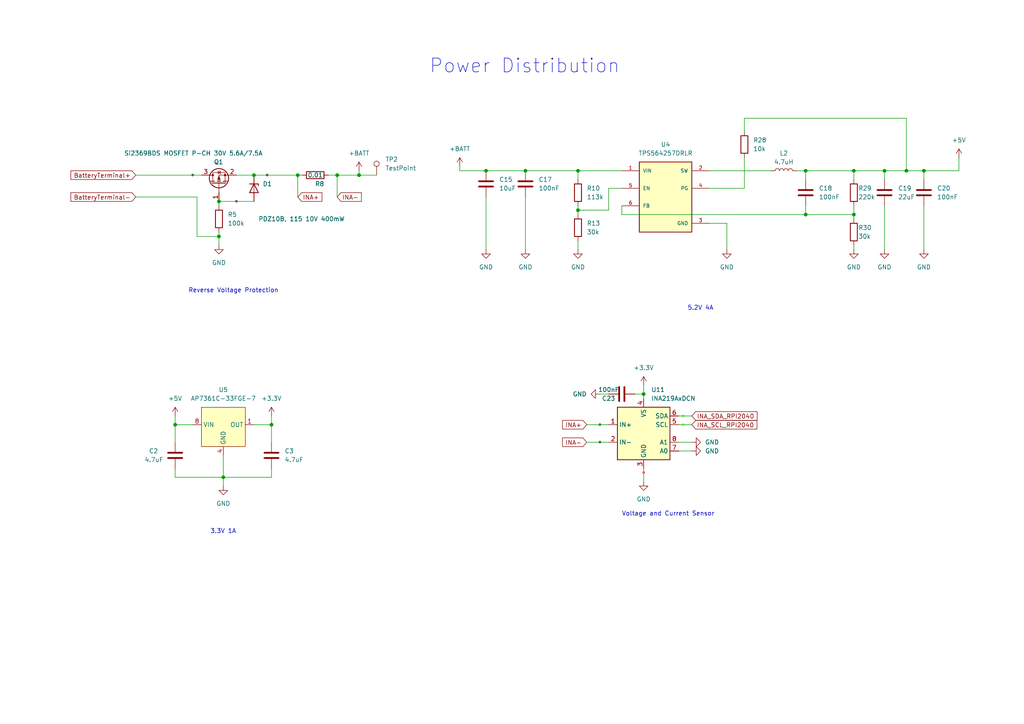
<source format=kicad_sch>
(kicad_sch (version 20231120) (generator "eeschema") (generator_version "8.0")
  (paper "A4")
  (lib_symbols
    (symbol "Connector:TestPoint" (pin_numbers hide) (pin_names (offset 0.762) hide)
      (property "Reference" "TP" (at 0 6.858 0))
      (property "Value" "TestPoint" (at 0 5.08 0))
      (symbol "TestPoint_0_1"
        (circle (center 0 3.302) (radius 0.762))
      )
      (symbol "TestPoint_1_1"
        (pin passive line (at 0 0 90) (length 2.54) (name "1") (number "1"))
      )
    )
    (symbol "CustomLibrary:AP7361C-33FGE-7"
      (property "Reference" "U" (at 5.08 -6.35 0))
      (property "Value" "AP7361C-33FGE-7" (at -1.27 7.62 0))
      (symbol "AP7361C-33FGE-7_1_1"
        (rectangle (start -6.35 6.35) (end 6.35 -5.08) (fill (type background)))
        (pin power_out line (at 8.89 1.27 180) (length 2.54) (name "OUT") (number "1"))
        (pin power_in line (at 0 -7.62 90) (length 2.54) (name "GND") (number "4"))
        (pin power_in line (at -8.89 1.27 0) (length 2.54) (name "VIN") (number "8"))
      )
    )
    (symbol "Device:C" (pin_numbers hide) (pin_names (offset 0.254))
      (property "Reference" "C" (at 0.635 2.54 0))
      (property "Value" "C" (at 0.635 -2.54 0))
      (symbol "C_0_1"
        (polyline (pts (xy -2.032 -0.762) (xy 2.032 -0.762)) (stroke (width 0.508)))
        (polyline (pts (xy -2.032 0.762) (xy 2.032 0.762)) (stroke (width 0.508)))
      )
      (symbol "C_1_1"
        (pin passive line (at 0 3.81 270) (length 2.794) (name "~") (number "1"))
        (pin passive line (at 0 -3.81 90) (length 2.794) (name "~") (number "2"))
      )
    )
    (symbol "Device:D_Zener" (pin_numbers hide) (pin_names (offset 1.016) hide)
      (property "Reference" "D" (at 0 2.54 0))
      (property "Value" "D_Zener" (at 0 -2.54 0))
      (symbol "D_Zener_0_1"
        (polyline (pts (xy 1.27 0) (xy -1.27 0)))
        (polyline (pts (xy -1.27 -1.27) (xy -1.27 1.27) (xy -0.762 1.27)) (stroke (width 0.254)))
        (polyline (pts (xy 1.27 -1.27) (xy 1.27 1.27) (xy -1.27 0) (xy 1.27 -1.27)) (stroke (width 0.254)))
      )
      (symbol "D_Zener_1_1"
        (pin passive line (at -3.81 0 0) (length 2.54) (name "K") (number "1"))
        (pin passive line (at 3.81 0 180) (length 2.54) (name "A") (number "2"))
      )
    )
    (symbol "Device:L" (pin_numbers hide) (pin_names (offset 1.016) hide)
      (property "Reference" "L" (at -1.27 0 90))
      (property "Value" "L" (at 1.905 0 90))
      (symbol "L_0_1"
        (arc (start 0 -2.54) (mid 0.6323 -1.905) (end 0 -1.27))
        (arc (start 0 -1.27) (mid 0.6323 -0.635) (end 0 0))
        (arc (start 0 0) (mid 0.6323 0.635) (end 0 1.27))
        (arc (start 0 1.27) (mid 0.6323 1.905) (end 0 2.54))
      )
      (symbol "L_1_1"
        (pin passive line (at 0 3.81 270) (length 1.27) (name "1") (number "1"))
        (pin passive line (at 0 -3.81 90) (length 1.27) (name "2") (number "2"))
      )
    )
    (symbol "Device:R" (pin_numbers hide) (pin_names (offset 0))
      (property "Reference" "R" (at 2.032 0 90))
      (property "Value" "R" (at 0 0 90))
      (symbol "R_0_1"
        (rectangle (start -1.016 -2.54) (end 1.016 2.54) (stroke (width 0.254)))
      )
      (symbol "R_1_1"
        (pin passive line (at 0 3.81 270) (length 1.27) (name "~") (number "1"))
        (pin passive line (at 0 -3.81 90) (length 1.27) (name "~") (number "2"))
      )
    )
    (symbol "Sensor_Energy:INA219AxDCN"
      (property "Reference" "U" (at -6.35 8.89 0))
      (property "Value" "INA219AxDCN" (at 6.35 8.89 0))
      (symbol "INA219AxDCN_0_1"
        (rectangle (start -7.62 7.62) (end 7.62 -7.62) (stroke (width 0.254)) (fill (type background)))
      )
      (symbol "INA219AxDCN_1_1"
        (pin input line (at -10.16 2.54 0) (length 2.54) (name "IN+") (number "1"))
        (pin input line (at -10.16 -2.54 0) (length 2.54) (name "IN-") (number "2"))
        (pin power_in line (at 0 -10.16 90) (length 2.54) (name "GND") (number "3"))
        (pin power_in line (at 0 10.16 270) (length 2.54) (name "VS") (number "4"))
        (pin input line (at 10.16 2.54 180) (length 2.54) (name "SCL") (number "5"))
        (pin bidirectional line (at 10.16 5.08 180) (length 2.54) (name "SDA") (number "6"))
        (pin input line (at 10.16 -5.08 180) (length 2.54) (name "A0") (number "7"))
        (pin input line (at 10.16 -2.54 180) (length 2.54) (name "A1") (number "8"))
      )
    )
    (symbol "TPS564257DRLR:TPS564257DRLR" (pin_names (offset 1.016))
      (property "Reference" "U" (at -7.62 12.7 0))
      (property "Value" "TPS564257DRLR" (at -7.62 -12.7 0))
      (symbol "TPS564257DRLR_0_0"
        (rectangle (start -7.62 -10.16) (end 7.62 10.16) (stroke (width 0.254)) (fill (type background)))
        (pin power_in line (at -12.7 7.62 0) (length 5.08) (name "VIN") (number "1"))
        (pin power_in line (at 12.7 7.62 180) (length 5.08) (name "SW") (number "2"))
        (pin power_in line (at 12.7 -7.62 180) (length 5.08) (name "GND") (number "3"))
        (pin output line (at 12.7 2.54 180) (length 5.08) (name "PG") (number "4"))
        (pin input line (at -12.7 2.54 0) (length 5.08) (name "EN") (number "5"))
        (pin input line (at -12.7 -2.54 0) (length 5.08) (name "FB") (number "6"))
      )
    )
    (symbol "Transistor_FET:Si2371EDS" (pin_names hide)
      (property "Reference" "Q" (at 5.08 1.905 0))
      (property "Value" "Si2371EDS" (at 5.08 0 0))
      (symbol "Si2371EDS_0_1"
        (polyline (pts (xy 0.254 0) (xy -2.54 0)))
        (polyline (pts (xy 0.254 1.905) (xy 0.254 -1.905)) (stroke (width 0.254)))
        (polyline (pts (xy 0.762 -1.27) (xy 0.762 -2.286)) (stroke (width 0.254)))
        (polyline (pts (xy 0.762 0.508) (xy 0.762 -0.508)) (stroke (width 0.254)))
        (polyline (pts (xy 0.762 2.286) (xy 0.762 1.27)) (stroke (width 0.254)))
        (polyline (pts (xy 2.54 2.54) (xy 2.54 1.778)))
        (polyline (pts (xy 2.54 -2.54) (xy 2.54 0) (xy 0.762 0)))
        (polyline (pts (xy 0.762 1.778) (xy 3.302 1.778) (xy 3.302 -1.778) (xy 0.762 -1.778)))
        (polyline (pts (xy 2.286 0) (xy 1.27 0.381) (xy 1.27 -0.381) (xy 2.286 0)) (fill (type outline)))
        (polyline (pts (xy 2.794 -0.508) (xy 2.921 -0.381) (xy 3.683 -0.381) (xy 3.81 -0.254)))
        (polyline (pts (xy 3.302 -0.381) (xy 2.921 0.254) (xy 3.683 0.254) (xy 3.302 -0.381)))
        (circle (center 1.651 0) (radius 2.794) (stroke (width 0.254)))
        (circle (center 2.54 -1.778) (radius 0.254) (fill (type outline)))
        (circle (center 2.54 1.778) (radius 0.254) (fill (type outline)))
      )
      (symbol "Si2371EDS_1_1"
        (pin input line (at -5.08 0 0) (length 2.54) (name "G") (number "1"))
        (pin passive line (at 2.54 -5.08 90) (length 2.54) (name "S") (number "2"))
        (pin passive line (at 2.54 5.08 270) (length 2.54) (name "D") (number "3"))
      )
    )
    (symbol "power:+3.3V" (power) (pin_names (offset 0))
      (property "Value" "+3.3V" (at 0 3.556 0))
      (symbol "+3.3V_0_1"
        (polyline (pts (xy -0.762 1.27) (xy 0 2.54)))
        (polyline (pts (xy 0 0) (xy 0 2.54)))
        (polyline (pts (xy 0 2.54) (xy 0.762 1.27)))
      )
      (symbol "+3.3V_1_1"
        (pin power_in line (at 0 0 90) (length 0) hide (name "+3.3V") (number "1"))
      )
    )
    (symbol "power:+5V" (power) (pin_names (offset 0))
      (property "Value" "+5V" (at 0 3.556 0))
      (symbol "+5V_0_1"
        (polyline (pts (xy -0.762 1.27) (xy 0 2.54)))
        (polyline (pts (xy 0 0) (xy 0 2.54)))
        (polyline (pts (xy 0 2.54) (xy 0.762 1.27)))
      )
      (symbol "+5V_1_1"
        (pin power_in line (at 0 0 90) (length 0) hide (name "+5V") (number "1"))
      )
    )
    (symbol "power:+BATT" (power) (pin_names (offset 0))
      (property "Value" "+BATT" (at 0 3.556 0))
      (symbol "+BATT_0_1"
        (polyline (pts (xy -0.762 1.27) (xy 0 2.54)))
        (polyline (pts (xy 0 0) (xy 0 2.54)))
        (polyline (pts (xy 0 2.54) (xy 0.762 1.27)))
      )
      (symbol "+BATT_1_1"
        (pin power_in line (at 0 0 90) (length 0) hide (name "+BATT") (number "1"))
      )
    )
    (symbol "power:GND" (power) (pin_names (offset 0))
      (property "Value" "GND" (at 0 -3.81 0))
      (symbol "GND_0_1"
        (polyline (pts (xy 0 0) (xy 0 -1.27) (xy 1.27 -1.27) (xy 0 -2.54) (xy -1.27 -1.27) (xy 0 -1.27)))
      )
      (symbol "GND_1_1"
        (pin power_in line (at 0 0 270) (length 0) hide (name "GND") (number "1"))
      )
    )
  )
  (junction (at 167.64 49.53))
  (junction (at 50.8 123.19))
  (junction (at 73.66 50.8))
  (junction (at 267.97 49.53))
  (junction (at 86.36 50.8))
  (junction (at 64.77 138.43))
  (junction (at 233.68 62.23))
  (junction (at 233.68 49.53))
  (junction (at 140.97 49.53))
  (junction (at 78.74 123.19))
  (junction (at 167.64 60.96))
  (junction (at 247.65 49.53))
  (junction (at 104.14 50.8))
  (junction (at 256.54 49.53))
  (junction (at 63.5 68.58))
  (junction (at 63.5 58.42))
  (junction (at 262.89 49.53))
  (junction (at 152.4 49.53))
  (junction (at 247.65 62.23))
  (junction (at 97.79 50.8))
  (junction (at 186.69 114.3))
  (wire (pts (xy 50.8 138.43) (xy 64.77 138.43)))
  (wire (pts (xy 256.54 49.53) (xy 247.65 49.53)))
  (wire (pts (xy 86.36 50.8) (xy 86.36 57.15)))
  (wire (pts (xy 247.65 49.53) (xy 233.68 49.53)))
  (wire (pts (xy 167.64 60.96) (xy 167.64 62.23)))
  (wire (pts (xy 267.97 49.53) (xy 262.89 49.53)))
  (wire (pts (xy 210.82 64.77) (xy 210.82 72.39)))
  (wire (pts (xy 63.5 59.69) (xy 63.5 58.42)))
  (wire (pts (xy 78.74 138.43) (xy 78.74 135.89)))
  (wire (pts (xy 73.66 50.8) (xy 86.36 50.8)))
  (wire (pts (xy 104.14 49.53) (xy 104.14 50.8)))
  (wire (pts (xy 78.74 123.19) (xy 73.66 123.19)))
  (wire (pts (xy 233.68 59.69) (xy 233.68 62.23)))
  (wire (pts (xy 247.65 71.12) (xy 247.65 72.39)))
  (wire (pts (xy 173.99 114.3) (xy 176.53 114.3)))
  (wire (pts (xy 176.53 123.19) (xy 170.18 123.19)))
  (wire (pts (xy 233.68 52.07) (xy 233.68 49.53)))
  (wire (pts (xy 215.9 38.1) (xy 215.9 34.29)))
  (wire (pts (xy 133.35 49.53) (xy 140.97 49.53)))
  (wire (pts (xy 57.15 57.15) (xy 57.15 68.58)))
  (wire (pts (xy 50.8 138.43) (xy 50.8 135.89)))
  (wire (pts (xy 267.97 59.69) (xy 267.97 72.39)))
  (wire (pts (xy 180.34 59.69) (xy 180.34 62.23)))
  (wire (pts (xy 39.37 50.8) (xy 58.42 50.8)))
  (wire (pts (xy 262.89 34.29) (xy 262.89 49.53)))
  (wire (pts (xy 247.65 62.23) (xy 247.65 63.5)))
  (wire (pts (xy 64.77 132.08) (xy 64.77 138.43)))
  (wire (pts (xy 247.65 59.69) (xy 247.65 62.23)))
  (wire (pts (xy 63.5 68.58) (xy 63.5 71.12)))
  (wire (pts (xy 97.79 50.8) (xy 104.14 50.8)))
  (wire (pts (xy 95.25 50.8) (xy 97.79 50.8)))
  (wire (pts (xy 186.69 114.3) (xy 186.69 115.57)))
  (wire (pts (xy 186.69 111.76) (xy 186.69 114.3)))
  (wire (pts (xy 205.74 54.61) (xy 215.9 54.61)))
  (wire (pts (xy 176.53 128.27) (xy 170.18 128.27)))
  (wire (pts (xy 215.9 54.61) (xy 215.9 45.72)))
  (wire (pts (xy 267.97 52.07) (xy 267.97 49.53)))
  (wire (pts (xy 104.14 50.8) (xy 109.22 50.8)))
  (wire (pts (xy 167.64 60.96) (xy 167.64 59.69)))
  (wire (pts (xy 196.85 128.27) (xy 200.66 128.27)))
  (wire (pts (xy 140.97 49.53) (xy 152.4 49.53)))
  (wire (pts (xy 39.37 57.15) (xy 57.15 57.15)))
  (wire (pts (xy 64.77 138.43) (xy 64.77 140.97)))
  (wire (pts (xy 176.53 54.61) (xy 176.53 60.96)))
  (wire (pts (xy 78.74 128.27) (xy 78.74 123.19)))
  (wire (pts (xy 247.65 52.07) (xy 247.65 49.53)))
  (wire (pts (xy 63.5 68.58) (xy 63.5 67.31)))
  (wire (pts (xy 184.15 114.3) (xy 186.69 114.3)))
  (wire (pts (xy 50.8 123.19) (xy 50.8 128.27)))
  (wire (pts (xy 167.64 49.53) (xy 180.34 49.53)))
  (wire (pts (xy 68.58 50.8) (xy 73.66 50.8)))
  (wire (pts (xy 205.74 49.53) (xy 223.52 49.53)))
  (wire (pts (xy 152.4 57.15) (xy 152.4 72.39)))
  (wire (pts (xy 63.5 58.42) (xy 73.66 58.42)))
  (wire (pts (xy 186.69 135.89) (xy 186.69 139.7)))
  (wire (pts (xy 215.9 34.29) (xy 262.89 34.29)))
  (wire (pts (xy 78.74 120.65) (xy 78.74 123.19)))
  (wire (pts (xy 233.68 49.53) (xy 231.14 49.53)))
  (wire (pts (xy 64.77 138.43) (xy 78.74 138.43)))
  (wire (pts (xy 180.34 54.61) (xy 176.53 54.61)))
  (wire (pts (xy 86.36 50.8) (xy 87.63 50.8)))
  (wire (pts (xy 196.85 123.19) (xy 200.66 123.19)))
  (wire (pts (xy 57.15 68.58) (xy 63.5 68.58)))
  (wire (pts (xy 196.85 130.81) (xy 200.66 130.81)))
  (wire (pts (xy 167.64 49.53) (xy 167.64 52.07)))
  (wire (pts (xy 140.97 57.15) (xy 140.97 72.39)))
  (wire (pts (xy 278.13 45.72) (xy 278.13 49.53)))
  (wire (pts (xy 167.64 69.85) (xy 167.64 72.39)))
  (wire (pts (xy 256.54 59.69) (xy 256.54 72.39)))
  (wire (pts (xy 180.34 62.23) (xy 233.68 62.23)))
  (wire (pts (xy 262.89 49.53) (xy 256.54 49.53)))
  (wire (pts (xy 278.13 49.53) (xy 267.97 49.53)))
  (wire (pts (xy 256.54 52.07) (xy 256.54 49.53)))
  (wire (pts (xy 97.79 50.8) (xy 97.79 57.15)))
  (wire (pts (xy 50.8 123.19) (xy 50.8 120.65)))
  (wire (pts (xy 233.68 62.23) (xy 247.65 62.23)))
  (wire (pts (xy 55.88 123.19) (xy 50.8 123.19)))
  (wire (pts (xy 205.74 64.77) (xy 210.82 64.77)))
  (wire (pts (xy 133.35 48.26) (xy 133.35 49.53)))
  (wire (pts (xy 152.4 49.53) (xy 167.64 49.53)))
  (wire (pts (xy 176.53 60.96) (xy 167.64 60.96)))
  (wire (pts (xy 196.85 120.65) (xy 200.66 120.65)))
  (text "Voltage and Current Sensor\n" (at 180.34 149.86 0) (effects (font (size 1.27 1.27)) (justify left bottom)))
  (text "3.3V 1A" (at 60.96 154.94 0) (effects (font (size 1.27 1.27)) (justify left bottom)))
  (text "Reverse Voltage Protection\n" (at 54.61 85.09 0) (effects (font (size 1.27 1.27)) (justify left bottom)))
  (text "5.2V 4A" (at 199.39 90.17 0) (effects (font (size 1.27 1.27)) (justify left bottom)))
  (text "Power Distribution" (at 124.46 21.59 0) (effects (font (size 4 4)) (justify left bottom)))
  (global_label "INA_SDA_RPI2040" (shape input) (at 200.66 120.65 0) (property "Intersheetrefs" "${INTERSHEET_REFS}" (effects (hide yes))))
  (global_label "INA-" (shape input) (at 170.18 128.27 180) (property "Intersheetrefs" "${INTERSHEET_REFS}" (effects (hide yes))))
  (global_label "INA+" (shape input) (at 86.36 57.15 0) (property "Intersheetrefs" "${INTERSHEET_REFS}" (effects (hide yes))))
  (global_label "INA+" (shape input) (at 170.18 123.19 180) (property "Intersheetrefs" "${INTERSHEET_REFS}" (effects (hide yes))))
  (global_label "BatteryTerminal+" (shape input) (at 39.37 50.8 180) (property "Intersheetrefs" "${INTERSHEET_REFS}" (effects (hide yes))))
  (global_label "INA_SCL_RPI2040" (shape input) (at 200.66 123.19 0) (property "Intersheetrefs" "${INTERSHEET_REFS}" (effects (hide yes))))
  (global_label "INA-" (shape input) (at 97.79 57.15 0) (property "Intersheetrefs" "${INTERSHEET_REFS}" (effects (hide yes))))
  (global_label "BatteryTerminal-" (shape input) (at 39.37 57.15 180) (property "Intersheetrefs" "${INTERSHEET_REFS}" (effects (hide yes))))
  (netclass_flag "" (length 0.05) (shape dot) (at 68.58 58.42 0) (property "Netclass" "batt_power" (effects (hide yes))))
  (netclass_flag "" (length 0.05) (shape dot) (at 173.99 123.19 0) (property "Netclass" "batt_power" (effects (hide yes))))
  (netclass_flag "" (length 0.1) (shape dot) (at 186.69 137.16 0) (property "Netclass" "regulated_power" (effects (hide yes))))
  (netclass_flag "" (length 0.05) (shape dot) (at 198.12 120.65 0) (property "Netclass" "signal" (effects (hide yes))))
  (netclass_flag "" (length 0.05) (shape dot) (at 173.99 128.27 0) (property "Netclass" "batt_power" (effects (hide yes))))
  (netclass_flag "" (length 0.05) (shape dot) (at 55.88 50.8 0) (property "Netclass" "batt_power" (effects (hide yes))))
  (netclass_flag "" (length 0.05) (shape dot) (at 77.47 50.8 0) (property "Netclass" "batt_power" (effects (hide yes))))
  (netclass_flag "" (length 0.05) (shape dot) (at 198.12 123.19 0) (property "Netclass" "signal" (effects (hide yes))))
  (symbol (lib_id "Device:R") (at 247.65 55.88 0) (unit 1)
    (property "Reference" "R29" (at 248.92 54.61 0) (effects (justify left)))
    (property "Value" "220k" (at 248.92 57.15 0) (effects (justify left)))
    (property "Footprint" "Resistor_SMD:R_0603_1608Metric" (effects (hide yes)))
  )
  (symbol (lib_id "Device:C") (at 78.74 132.08 0) (unit 1)
    (property "Reference" "C3" (at 82.55 130.81 0) (effects (justify left)))
    (property "Value" "4.7uF" (at 82.55 133.35 0) (effects (justify left)))
    (property "Footprint" "Capacitor_SMD:C_0603_1608Metric" (effects (hide yes)))
  )
  (symbol (lib_id "Connector:TestPoint") (at 109.22 50.8 0) (unit 1)
    (property "Reference" "TP2" (at 111.76 46.228 0) (effects (justify left)))
    (property "Value" "TestPoint" (at 111.76 48.768 0) (effects (justify left)))
    (property "Footprint" "TestPoint:TestPoint_Pad_D1.0mm" (effects (hide yes)))
  )
  (symbol (lib_id "Device:R") (at 63.5 63.5 0) (unit 1)
    (property "Reference" "R5" (at 66.04 62.23 0) (effects (justify left)))
    (property "Value" "100k" (at 66.04 64.77 0) (effects (justify left)))
    (property "Footprint" "Resistor_SMD:R_0805_2012Metric" (effects (hide yes)))
  )
  (symbol (lib_id "power:GND") (at 200.66 128.27 90) (unit 1)
    (property "Reference" "#PWR055" (effects (hide yes)))
    (property "Value" "GND" (at 204.47 128.27 90) (effects (justify right)))
  )
  (symbol (lib_id "power:GND") (at 247.65 72.39 0) (unit 1)
    (property "Reference" "#PWR0119" (effects (hide yes)))
    (property "Value" "GND" (at 247.65 77.47 0))
  )
  (symbol (lib_id "power:+3.3V") (at 78.74 120.65 0) (unit 1)
    (property "Reference" "#PWR023" (effects (hide yes)))
    (property "Value" "+3.3V" (at 78.74 115.57 0))
  )
  (symbol (lib_id "power:GND") (at 200.66 130.81 90) (unit 1)
    (property "Reference" "#PWR056" (effects (hide yes)))
    (property "Value" "GND" (at 204.47 130.81 90) (effects (justify right)))
  )
  (symbol (lib_id "power:GND") (at 152.4 72.39 0) (unit 1)
    (property "Reference" "#PWR0115" (effects (hide yes)))
    (property "Value" "GND" (at 152.4 77.47 0))
  )
  (symbol (lib_id "Device:R") (at 167.64 55.88 0) (unit 1)
    (property "Reference" "R10" (at 170.18 54.61 0) (effects (justify left)))
    (property "Value" "113k" (at 170.18 57.15 0) (effects (justify left)))
    (property "Footprint" "Resistor_SMD:R_0603_1608Metric" (effects (hide yes)))
  )
  (symbol (lib_id "power:GND") (at 63.5 71.12 0) (unit 1)
    (property "Reference" "#PWR05" (effects (hide yes)))
    (property "Value" "GND" (at 63.5 76.2 0))
  )
  (symbol (lib_id "TPS564257DRLR:TPS564257DRLR") (at 193.04 57.15 0) (unit 1)
    (property "Reference" "U4" (at 193.04 41.91 0))
    (property "Value" "TPS564257DRLR" (at 193.04 44.45 0))
    (property "Footprint" "CustomFootprints:SOT50P160X60-6N" (effects (hide yes)))
    (property "PARTREV" "A" (effects (hide yes)))
    (property "STANDARD" "IPC-7351B" (effects (hide yes)))
    (property "MAXIMUM_PACKAGE_HEIGHT" "0.60mm" (effects (hide yes)))
    (property "MANUFACTURER" "Texas Instruments" (effects (hide yes)))
  )
  (symbol (lib_id "Device:C") (at 152.4 53.34 0) (unit 1)
    (property "Reference" "C17" (at 156.21 52.07 0) (effects (justify left)))
    (property "Value" "100nF" (at 156.21 54.61 0) (effects (justify left)))
    (property "Footprint" "Capacitor_SMD:C_0603_1608Metric" (effects (hide yes)))
  )
  (symbol (lib_id "Device:R") (at 167.64 66.04 0) (unit 1)
    (property "Reference" "R13" (at 170.18 64.77 0) (effects (justify left)))
    (property "Value" "30k" (at 170.18 67.31 0) (effects (justify left)))
    (property "Footprint" "Resistor_SMD:R_0603_1608Metric" (effects (hide yes)))
  )
  (symbol (lib_id "Device:C") (at 233.68 55.88 0) (unit 1)
    (property "Reference" "C18" (at 237.49 54.61 0) (effects (justify left)))
    (property "Value" "100nF" (at 237.49 57.15 0) (effects (justify left)))
    (property "Footprint" "Capacitor_SMD:C_0603_1608Metric" (effects (hide yes)))
  )
  (symbol (lib_id "power:+BATT") (at 133.35 48.26 0) (unit 1)
    (property "Reference" "#PWR054" (effects (hide yes)))
    (property "Value" "+BATT" (at 133.35 43.18 0))
  )
  (symbol (lib_id "Device:D_Zener") (at 73.66 54.61 270) (unit 1)
    (property "Reference" "D1" (at 76.2 53.34 90) (effects (justify left)))
    (property "Value" "PDZ10B, 115 10V 400mW" (at 74.93 63.5 90) (effects (justify left)))
    (property "Footprint" "Diode_SMD:D_0805_2012Metric" (effects (hide yes)))
    (property "Datasheet" "https://assets.nexperia.com/documents/data-sheet/PDZ-B_SER.pdf" (effects (hide yes)))
    (property "Digikey" "https://www.digikey.in/en/products/detail/nexperia-usa-inc/PDZ10B-115/1157349" (effects (hide yes)))
  )
  (symbol (lib_id "Device:C") (at 267.97 55.88 0) (unit 1)
    (property "Reference" "C20" (at 271.78 54.61 0) (effects (justify left)))
    (property "Value" "100nF" (at 271.78 57.15 0) (effects (justify left)))
    (property "Footprint" "Capacitor_SMD:C_0603_1608Metric" (effects (hide yes)))
  )
  (symbol (lib_id "power:+5V") (at 278.13 45.72 0) (unit 1)
    (property "Reference" "#PWR0120" (effects (hide yes)))
    (property "Value" "+5V" (at 278.13 40.64 0))
  )
  (symbol (lib_id "Transistor_FET:Si2371EDS") (at 63.5 53.34 90) (unit 1)
    (property "Reference" "Q1" (at 64.77 46.99 90) (effects (justify left)))
    (property "Value" "Si2369BDS MOSFET P-CH 30V 5.6A/7.5A" (at 76.2 44.45 90) (effects (justify left)))
    (property "Footprint" "Package_TO_SOT_SMD:SOT-23" (effects (hide yes)))
    (property "Datasheet" "https://www.vishay.com/docs/77098/si2369bds.pdf" (effects (hide yes)))
    (property "Digikey" "https://www.digikey.in/en/products/detail/vishay-siliconix/SI2369BDS-T1-GE3/10484579" (effects (hide yes)))
  )
  (symbol (lib_id "power:+BATT") (at 104.14 49.53 0) (unit 1)
    (property "Reference" "#PWR010" (effects (hide yes)))
    (property "Value" "+BATT" (at 104.14 44.45 0))
  )
  (symbol (lib_id "power:GND") (at 267.97 72.39 0) (unit 1)
    (property "Reference" "#PWR0122" (effects (hide yes)))
    (property "Value" "GND" (at 267.97 77.47 0))
  )
  (symbol (lib_id "Device:R") (at 91.44 50.8 90) (unit 1)
    (property "Reference" "R8" (at 92.71 53.34 90))
    (property "Value" "0.01" (at 91.44 50.8 90))
    (property "Footprint" "Resistor_SMD:R_2512_6332Metric" (effects (hide yes)))
  )
  (symbol (lib_id "Device:C") (at 180.34 114.3 90) (unit 1)
    (property "Reference" "C23" (at 176.53 115.57 90))
    (property "Value" "100nF" (at 176.53 113.03 90))
    (property "Footprint" "Capacitor_SMD:C_0603_1608Metric" (effects (hide yes)))
  )
  (symbol (lib_id "Device:C") (at 140.97 53.34 0) (unit 1)
    (property "Reference" "C15" (at 144.78 52.07 0) (effects (justify left)))
    (property "Value" "10uF" (at 144.78 54.61 0) (effects (justify left)))
    (property "Footprint" "Capacitor_SMD:C_0805_2012Metric" (effects (hide yes)))
  )
  (symbol (lib_id "Sensor_Energy:INA219AxDCN") (at 186.69 125.73 0) (unit 1)
    (property "Reference" "U11" (at 188.8841 113.03 0) (effects (justify left)))
    (property "Value" "INA219AxDCN" (at 188.8841 115.57 0) (effects (justify left)))
    (property "Footprint" "Package_TO_SOT_SMD:SOT-23-8" (effects (hide yes)))
    (property "Datasheet" "https://www.ti.com/lit/ds/symlink/ina219.pdf?HQS=dis-dk-null-digikeymode-dsf-pf-null-wwe&ts=1705769476656&ref_url=https%253A%252F%252Fwww.ti.com%252Fgeneral%252Fdocs%252Fsuppproductinfo.tsp%253FdistId%253D10%2526gotoUrl%253Dhttps%253A%252F%252Fwww.ti.com%252Flit%252Fgpn%252Fina219" (effects (hide yes)))
    (property "Digikey" "https://www.digikey.in/en/products/detail/texas-instruments/INA219AIDCNR/1952540" (effects (hide yes)))
  )
  (symbol (lib_id "power:GND") (at 64.77 140.97 0) (unit 1)
    (property "Reference" "#PWR024" (effects (hide yes)))
    (property "Value" "GND" (at 64.77 146.05 0))
  )
  (symbol (lib_id "power:+5V") (at 50.8 120.65 0) (unit 1)
    (property "Reference" "#PWR022" (effects (hide yes)))
    (property "Value" "+5V" (at 50.8 115.57 0))
  )
  (symbol (lib_id "power:GND") (at 256.54 72.39 0) (unit 1)
    (property "Reference" "#PWR0121" (effects (hide yes)))
    (property "Value" "GND" (at 256.54 77.47 0))
  )
  (symbol (lib_id "Device:R") (at 215.9 41.91 0) (unit 1)
    (property "Reference" "R28" (at 218.44 40.64 0) (effects (justify left)))
    (property "Value" "10k" (at 218.44 43.18 0) (effects (justify left)))
    (property "Footprint" "Resistor_SMD:R_0603_1608Metric" (effects (hide yes)))
  )
  (symbol (lib_id "power:GND") (at 173.99 114.3 270) (mirror x) (unit 1)
    (property "Reference" "#PWR043" (effects (hide yes)))
    (property "Value" "GND" (at 170.18 114.3 90) (effects (justify right)))
  )
  (symbol (lib_id "Device:C") (at 256.54 55.88 0) (unit 1)
    (property "Reference" "C19" (at 260.482 54.61 0) (effects (justify left)))
    (property "Value" "22uF" (at 260.482 57.15 0) (effects (justify left)))
    (property "Footprint" "Capacitor_SMD:C_0805_2012Metric" (effects (hide yes)))
  )
  (symbol (lib_id "power:GND") (at 186.69 139.7 0) (unit 1)
    (property "Reference" "#PWR049" (effects (hide yes)))
    (property "Value" "GND" (at 186.69 144.78 0))
  )
  (symbol (lib_id "Device:C") (at 50.8 132.08 0) (unit 1)
    (property "Reference" "C2" (at 43.18 130.81 0) (effects (justify left)))
    (property "Value" "4.7uF" (at 41.91 133.35 0) (effects (justify left)))
    (property "Footprint" "Capacitor_SMD:C_0603_1608Metric" (effects (hide yes)))
  )
  (symbol (lib_id "power:GND") (at 140.97 72.39 0) (unit 1)
    (property "Reference" "#PWR0116" (effects (hide yes)))
    (property "Value" "GND" (at 140.97 77.47 0))
  )
  (symbol (lib_id "Device:L") (at 227.33 49.53 90) (unit 1)
    (property "Reference" "L2" (at 227.33 44.45 90))
    (property "Value" "4.7uH" (at 227.33 46.99 90))
    (property "Footprint" "Inductor_SMD:L_0805_2012Metric" (effects (hide yes)))
  )
  (symbol (lib_id "power:+3.3V") (at 186.69 111.76 0) (unit 1)
    (property "Reference" "#PWR046" (effects (hide yes)))
    (property "Value" "+3.3V" (at 186.69 106.68 0))
  )
  (symbol (lib_id "power:GND") (at 167.64 72.39 0) (unit 1)
    (property "Reference" "#PWR0114" (effects (hide yes)))
    (property "Value" "GND" (at 167.64 77.47 0))
  )
  (symbol (lib_id "CustomLibrary:AP7361C-33FGE-7") (at 64.77 124.46 0) (unit 1)
    (property "Reference" "U5" (at 64.77 113.03 0))
    (property "Value" "AP7361C-33FGE-7" (at 64.77 115.57 0))
    (property "Footprint" "Package_DFN_QFN:MLF-8-1EP_3x3mm_P0.65mm_EP1.55x2.3mm" (effects (hide yes)))
    (property "Datasheet" "https://www.diodes.com/assets/Datasheets/AP7361C.pdf" (effects (hide yes)))
    (property "Digikey" "https://www.digikey.in/en/products/detail/diodes-incorporated/AP7361C-33FGE-7/5638320" (effects (hide yes)))
  )
  (symbol (lib_id "Device:R") (at 247.65 67.31 0) (unit 1)
    (property "Reference" "R30" (at 248.92 66.04 0) (effects (justify left)))
    (property "Value" "30k" (at 248.92 68.58 0) (effects (justify left)))
    (property "Footprint" "Resistor_SMD:R_0603_1608Metric" (effects (hide yes)))
  )
  (symbol (lib_id "power:GND") (at 210.82 72.39 0) (unit 1)
    (property "Reference" "#PWR0118" (effects (hide yes)))
    (property "Value" "GND" (at 210.82 77.47 0))
  )
)
</source>
